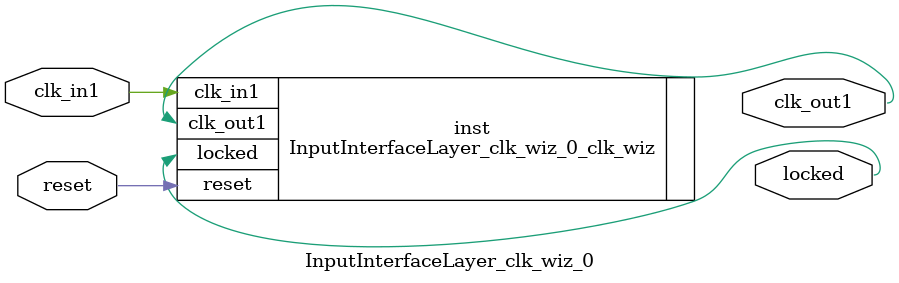
<source format=v>


`timescale 1ps/1ps

(* CORE_GENERATION_INFO = "InputInterfaceLayer_clk_wiz_0,clk_wiz_v6_0_8_0_0,{component_name=InputInterfaceLayer_clk_wiz_0,use_phase_alignment=true,use_min_o_jitter=false,use_max_i_jitter=false,use_dyn_phase_shift=false,use_inclk_switchover=false,use_dyn_reconfig=false,enable_axi=0,feedback_source=FDBK_AUTO,PRIMITIVE=MMCM,num_out_clk=1,clkin1_period=10.000,clkin2_period=10.000,use_power_down=false,use_reset=true,use_locked=true,use_inclk_stopped=false,feedback_type=SINGLE,CLOCK_MGR_TYPE=NA,manual_override=false}" *)

module InputInterfaceLayer_clk_wiz_0 
 (
  // Clock out ports
  output        clk_out1,
  // Status and control signals
  input         reset,
  output        locked,
 // Clock in ports
  input         clk_in1
 );

  InputInterfaceLayer_clk_wiz_0_clk_wiz inst
  (
  // Clock out ports  
  .clk_out1(clk_out1),
  // Status and control signals               
  .reset(reset), 
  .locked(locked),
 // Clock in ports
  .clk_in1(clk_in1)
  );

endmodule

</source>
